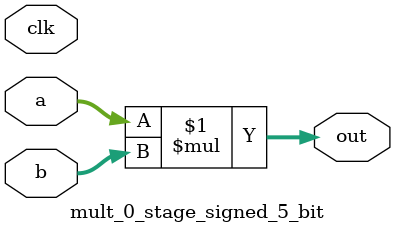
<source format=sv>
(* use_dsp = "yes" *) module mult_0_stage_signed_5_bit(
	input signed [4:0] a,
	input signed [4:0] b,
	output [4:0] out,
	input clk);

	assign out = a * b;
endmodule

</source>
